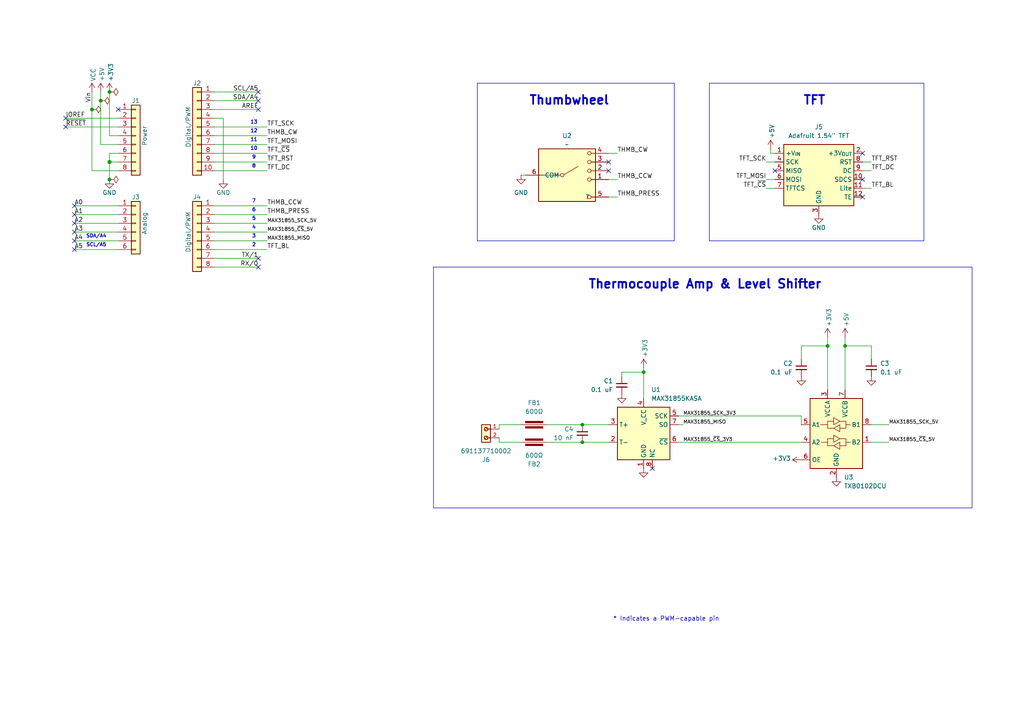
<source format=kicad_sch>
(kicad_sch (version 20231120) (generator "eeschema") (generator_version "8.0")
  (paper "A4")
  (title_block (date "mar. 31 mars 2015"))
  (lib_symbols
    (symbol "691137710002:691137710002" (pin_names (offset 1.016))
      (property "Reference" "J" (at -4.88 -0.922 0))
      (symbol "691137710002_0_0"
        (rectangle (start -3.81 -2.54) (end 1.27 0) (stroke (width 0.254)) (fill (type background)))
        (circle (center -2.54 -1.27) (radius 0.508) (stroke (width 0.254)))
        (circle (center 0 -1.27) (radius 0.508) (stroke (width 0.254)))
        (polyline (pts (xy -2.54 -1.778) (xy -2.54 -2.54)) (stroke (width 0.254)))
        (polyline (pts (xy -2.286 -1.016) (xy -2.794 -1.524)) (stroke (width 0.1524)))
        (polyline (pts (xy 0 -1.778) (xy 0 -2.54)) (stroke (width 0.254)))
        (polyline (pts (xy 0.254 -1.016) (xy -0.254 -1.524)) (stroke (width 0.1524)))
        (pin passive line (at -2.54 -5.08 90) (length 2.54) (name "~") (number "1"))
        (pin passive line (at 0 -5.08 90) (length 2.54) (name "~") (number "2"))
      )
    )
    (symbol "Adafruit:Adafruit_1.54_TFT_240x240"
      (property "Reference" "J" (at 0 11.176 0))
      (property "Value" "Adafruit 1.54\" TFT" (at -0.254 8.89 0))
      (symbol "Adafruit_1.54_TFT_240x240_0_1"
        (rectangle (start -10.16 7.62) (end 10.16 -10.16) (stroke (width 0.254)) (fill (type background)))
      )
      (symbol "Adafruit_1.54_TFT_240x240_1_1"
        (pin power_in line (at -12.7 5.08 0) (length 2.54) (name "+V_{IN}") (number "1"))
        (pin passive line (at 12.7 -2.54 180) (length 2.54) (name "SDCS") (number "10"))
        (pin passive line (at 12.7 -5.08 180) (length 2.54) (name "Lite") (number "11"))
        (pin passive line (at 12.7 -7.62 180) (length 2.54) (name "TE") (number "12"))
        (pin passive line (at 12.7 5.08 180) (length 2.54) (name "+3V_{OUT}") (number "2"))
        (pin power_in line (at 0 -12.7 90) (length 2.54) (name "GND") (number "3"))
        (pin passive line (at -12.7 2.54 0) (length 2.54) (name "SCK") (number "4"))
        (pin passive line (at -12.7 0 0) (length 2.54) (name "MISO") (number "5"))
        (pin passive line (at -12.7 -2.54 0) (length 2.54) (name "MOSI") (number "6"))
        (pin passive line (at -12.7 -5.08 0) (length 2.54) (name "TFTCS") (number "7"))
        (pin passive line (at 12.7 2.54 180) (length 2.54) (name "RST") (number "8"))
        (pin passive line (at 12.7 0 180) (length 2.54) (name "DC") (number "9"))
      )
    )
    (symbol "Connector_Generic:Conn_01x06" (pin_names (offset 1.016) hide)
      (property "Reference" "J" (at 0 7.62 0))
      (property "Value" "Conn_01x06" (at 0 -10.16 0))
      (symbol "Conn_01x06_1_1"
        (rectangle (start -1.27 -7.493) (end 0 -7.747) (stroke (width 0.1524)))
        (rectangle (start -1.27 -4.953) (end 0 -5.207) (stroke (width 0.1524)))
        (rectangle (start -1.27 -2.413) (end 0 -2.667) (stroke (width 0.1524)))
        (rectangle (start -1.27 0.127) (end 0 -0.127) (stroke (width 0.1524)))
        (rectangle (start -1.27 2.667) (end 0 2.413) (stroke (width 0.1524)))
        (rectangle (start -1.27 5.207) (end 0 4.953) (stroke (width 0.1524)))
        (rectangle (start -1.27 6.35) (end 1.27 -8.89) (stroke (width 0.254)) (fill (type background)))
        (pin passive line (at -5.08 5.08 0) (length 3.81) (name "Pin_1") (number "1"))
        (pin passive line (at -5.08 2.54 0) (length 3.81) (name "Pin_2") (number "2"))
        (pin passive line (at -5.08 0 0) (length 3.81) (name "Pin_3") (number "3"))
        (pin passive line (at -5.08 -2.54 0) (length 3.81) (name "Pin_4") (number "4"))
        (pin passive line (at -5.08 -5.08 0) (length 3.81) (name "Pin_5") (number "5"))
        (pin passive line (at -5.08 -7.62 0) (length 3.81) (name "Pin_6") (number "6"))
      )
    )
    (symbol "Connector_Generic:Conn_01x08" (pin_names (offset 1.016) hide)
      (property "Reference" "J" (at 0 10.16 0))
      (property "Value" "Conn_01x08" (at 0 -12.7 0))
      (symbol "Conn_01x08_1_1"
        (rectangle (start -1.27 -10.033) (end 0 -10.287) (stroke (width 0.1524)))
        (rectangle (start -1.27 -7.493) (end 0 -7.747) (stroke (width 0.1524)))
        (rectangle (start -1.27 -4.953) (end 0 -5.207) (stroke (width 0.1524)))
        (rectangle (start -1.27 -2.413) (end 0 -2.667) (stroke (width 0.1524)))
        (rectangle (start -1.27 0.127) (end 0 -0.127) (stroke (width 0.1524)))
        (rectangle (start -1.27 2.667) (end 0 2.413) (stroke (width 0.1524)))
        (rectangle (start -1.27 5.207) (end 0 4.953) (stroke (width 0.1524)))
        (rectangle (start -1.27 7.747) (end 0 7.493) (stroke (width 0.1524)))
        (rectangle (start -1.27 8.89) (end 1.27 -11.43) (stroke (width 0.254)) (fill (type background)))
        (pin passive line (at -5.08 7.62 0) (length 3.81) (name "Pin_1") (number "1"))
        (pin passive line (at -5.08 5.08 0) (length 3.81) (name "Pin_2") (number "2"))
        (pin passive line (at -5.08 2.54 0) (length 3.81) (name "Pin_3") (number "3"))
        (pin passive line (at -5.08 0 0) (length 3.81) (name "Pin_4") (number "4"))
        (pin passive line (at -5.08 -2.54 0) (length 3.81) (name "Pin_5") (number "5"))
        (pin passive line (at -5.08 -5.08 0) (length 3.81) (name "Pin_6") (number "6"))
        (pin passive line (at -5.08 -7.62 0) (length 3.81) (name "Pin_7") (number "7"))
        (pin passive line (at -5.08 -10.16 0) (length 3.81) (name "Pin_8") (number "8"))
      )
    )
    (symbol "Connector_Generic:Conn_01x10" (pin_names (offset 1.016) hide)
      (property "Reference" "J" (at 0 12.7 0))
      (property "Value" "Conn_01x10" (at 0 -15.24 0))
      (symbol "Conn_01x10_1_1"
        (rectangle (start -1.27 -12.573) (end 0 -12.827) (stroke (width 0.1524)))
        (rectangle (start -1.27 -10.033) (end 0 -10.287) (stroke (width 0.1524)))
        (rectangle (start -1.27 -7.493) (end 0 -7.747) (stroke (width 0.1524)))
        (rectangle (start -1.27 -4.953) (end 0 -5.207) (stroke (width 0.1524)))
        (rectangle (start -1.27 -2.413) (end 0 -2.667) (stroke (width 0.1524)))
        (rectangle (start -1.27 0.127) (end 0 -0.127) (stroke (width 0.1524)))
        (rectangle (start -1.27 2.667) (end 0 2.413) (stroke (width 0.1524)))
        (rectangle (start -1.27 5.207) (end 0 4.953) (stroke (width 0.1524)))
        (rectangle (start -1.27 7.747) (end 0 7.493) (stroke (width 0.1524)))
        (rectangle (start -1.27 10.287) (end 0 10.033) (stroke (width 0.1524)))
        (rectangle (start -1.27 11.43) (end 1.27 -13.97) (stroke (width 0.254)) (fill (type background)))
        (pin passive line (at -5.08 10.16 0) (length 3.81) (name "Pin_1") (number "1"))
        (pin passive line (at -5.08 -12.7 0) (length 3.81) (name "Pin_10") (number "10"))
        (pin passive line (at -5.08 7.62 0) (length 3.81) (name "Pin_2") (number "2"))
        (pin passive line (at -5.08 5.08 0) (length 3.81) (name "Pin_3") (number "3"))
        (pin passive line (at -5.08 2.54 0) (length 3.81) (name "Pin_4") (number "4"))
        (pin passive line (at -5.08 0 0) (length 3.81) (name "Pin_5") (number "5"))
        (pin passive line (at -5.08 -2.54 0) (length 3.81) (name "Pin_6") (number "6"))
        (pin passive line (at -5.08 -5.08 0) (length 3.81) (name "Pin_7") (number "7"))
        (pin passive line (at -5.08 -7.62 0) (length 3.81) (name "Pin_8") (number "8"))
        (pin passive line (at -5.08 -10.16 0) (length 3.81) (name "Pin_9") (number "9"))
      )
    )
    (symbol "Device:C_Small" (pin_numbers hide) (pin_names (offset 0.254) hide)
      (property "Reference" "C" (at 0.254 1.778 0))
      (property "Value" "C_Small" (at 0.254 -2.032 0))
      (symbol "C_Small_0_1"
        (polyline (pts (xy -1.524 -0.508) (xy 1.524 -0.508)) (stroke (width 0.3302)))
        (polyline (pts (xy -1.524 0.508) (xy 1.524 0.508)) (stroke (width 0.3048)))
      )
      (symbol "C_Small_1_1"
        (pin passive line (at 0 2.54 270) (length 2.032) (name "~") (number "1"))
        (pin passive line (at 0 -2.54 90) (length 2.032) (name "~") (number "2"))
      )
    )
    (symbol "GND_1" (power) (pin_numbers hide) (pin_names (offset 0) hide)
      (property "Value" "GND" (at 0 -3.81 0))
      (symbol "GND_1_0_1"
        (polyline (pts (xy 0 0) (xy 0 -1.27) (xy 1.27 -1.27) (xy 0 -2.54) (xy -1.27 -1.27) (xy 0 -1.27)))
      )
      (symbol "GND_1_1_1"
        (pin power_in line (at 0 0 270) (length 0) (name "~") (number "1"))
      )
    )
    (symbol "KnitterSwitch:PLSJ1"
      (property "Reference" "U" (at 0 9.398 0))
      (symbol "PLSJ1_0_0"
        (circle (center -2.032 0) (radius 0.508))
        (polyline (pts (xy -1.524 0.127) (xy 2.54 2.54)))
        (circle (center 5.842 -6.35) (radius 0.508))
        (circle (center 5.842 -1.27) (radius 0.508))
        (circle (center 5.842 1.27) (radius 0.508))
        (circle (center 5.842 3.81) (radius 0.508))
        (circle (center 5.842 6.35) (radius 0.508))
      )
      (symbol "PLSJ1_0_1"
        (rectangle (start -8.89 7.62) (end 7.62 -7.62) (stroke (width 0.254)) (fill (type background)))
        (polyline (pts (xy -2.54 0) (xy -7.62 0)))
      )
      (symbol "PLSJ1_1_1"
        (pin passive line (at 11.43 -1.27 180) (length 5.08) (name "~") (number "1"))
        (pin passive line (at 11.43 1.27 180) (length 5.08) (name "~") (number "2"))
        (pin passive line (at 11.43 3.81 180) (length 5.08) (name "~") (number "3"))
        (pin passive line (at 11.43 6.35 180) (length 5.08) (name "~") (number "4"))
        (pin passive line (at 11.43 -6.35 180) (length 5.08) (name "T") (number "5"))
        (pin passive line (at -12.7 0 0) (length 5.08) (name "COM") (number "6"))
      )
    )
    (symbol "Logic_LevelTranslator:TXB0102DCU"
      (property "Reference" "U" (at -6.35 11.43 0))
      (property "Value" "TXB0102DCU" (at 3.81 11.43 0))
      (symbol "TXB0102DCU_0_1"
        (rectangle (start -7.62 10.16) (end 7.62 -10.16) (stroke (width 0.254)) (fill (type background)))
        (polyline (pts (xy -2.54 -2.54) (xy -2.54 -1.524) (xy -0.762 -1.524)))
        (polyline (pts (xy -2.54 2.54) (xy -2.54 3.556) (xy -0.762 3.556)))
        (polyline (pts (xy 2.794 -2.54) (xy 2.794 -3.556) (xy 1.016 -3.556)))
        (polyline (pts (xy 2.794 2.54) (xy 2.794 1.524) (xy 1.016 1.524)))
        (polyline (pts (xy -0.762 -3.556) (xy -2.54 -3.556) (xy -2.54 -2.54) (xy -4.318 -2.54)))
        (polyline (pts (xy -0.762 -2.54) (xy -0.762 -0.508) (xy 1.016 -1.524) (xy -0.762 -2.54)))
        (polyline (pts (xy -0.762 1.524) (xy -2.54 1.524) (xy -2.54 2.54) (xy -4.572 2.54)))
        (polyline (pts (xy -0.762 2.54) (xy -0.762 4.572) (xy 1.016 3.556) (xy -0.762 2.54)))
        (polyline (pts (xy 1.016 -2.54) (xy 1.016 -4.572) (xy -0.762 -3.556) (xy 1.016 -2.54)))
        (polyline (pts (xy 1.016 -1.524) (xy 2.794 -1.524) (xy 2.794 -2.54) (xy 4.064 -2.54)))
        (polyline (pts (xy 1.016 3.556) (xy 2.794 3.556) (xy 2.794 2.54) (xy 4.064 2.54)))
        (polyline (pts (xy 1.016 2.54) (xy 1.016 0.762) (xy 1.016 0.508) (xy -0.762 1.524) (xy 1.016 2.54)))
      )
      (symbol "TXB0102DCU_1_1"
        (pin bidirectional line (at 10.16 -2.54 180) (length 2.54) (name "B2") (number "1"))
        (pin power_in line (at 0 -12.7 90) (length 2.54) (name "GND") (number "2"))
        (pin power_in line (at -2.54 12.7 270) (length 2.54) (name "VCCA") (number "3"))
        (pin bidirectional line (at -10.16 -2.54 0) (length 2.54) (name "A2") (number "4"))
        (pin bidirectional line (at -10.16 2.54 0) (length 2.54) (name "A1") (number "5"))
        (pin input line (at -10.16 -7.62 0) (length 2.54) (name "OE") (number "6"))
        (pin power_in line (at 2.54 12.7 270) (length 2.54) (name "VCCB") (number "7"))
        (pin bidirectional line (at 10.16 2.54 180) (length 2.54) (name "B1") (number "8"))
      )
    )
    (symbol "PCM_4ms_Power-symbol:PWR_FLAG" (power) (pin_numbers hide) (pin_names (offset 0) hide)
      (property "Value" "PWR_FLAG" (at 0 3.81 0))
      (symbol "PWR_FLAG_0_0"
        (pin power_out line (at 0 0 90) (length 0) (name "pwr") (number "1"))
      )
      (symbol "PWR_FLAG_0_1"
        (polyline (pts (xy 0 0) (xy 0 1.27) (xy -1.016 1.905) (xy 0 2.54) (xy 1.016 1.905) (xy 0 1.27)))
      )
    )
    (symbol "PCM_Device_AKL:Ferrite_Bead" (pin_numbers hide) (pin_names (offset 0))
      (property "Reference" "FB" (at 0 4.572 0))
      (property "Value" "Ferrite_Bead" (at 0 3.175 0))
      (symbol "Ferrite_Bead_0_1"
        (rectangle (start -2.54 1.016) (end 2.54 0.508) (fill (type outline)))
        (polyline (pts (xy 2.54 0) (xy -2.54 0)))
      )
      (symbol "Ferrite_Bead_1_1"
        (rectangle (start -2.54 -0.508) (end 2.54 -1.016) (fill (type outline)))
        (pin passive line (at -3.81 0 0) (length 1.27) (name "~") (number "1"))
        (pin passive line (at 3.81 0 180) (length 1.27) (name "~") (number "2"))
      )
    )
    (symbol "Sensor_Temperature:MAX31855KASA"
      (property "Reference" "U1" (at 2.1941 12.7 0))
      (property "Value" "MAX31855KASA" (at 2.1941 10.16 0))
      (symbol "MAX31855KASA_0_1"
        (rectangle (start -7.62 7.62) (end 7.62 -7.62) (stroke (width 0.254)) (fill (type background)))
      )
      (symbol "MAX31855KASA_1_1"
        (pin power_in line (at 0 -10.16 90) (length 2.54) (name "GND") (number "1"))
        (pin passive line (at -10.16 -2.54 0) (length 2.54) (name "T-") (number "2"))
        (pin passive line (at -10.16 2.54 0) (length 2.54) (name "T+") (number "3"))
        (pin power_in line (at 0 10.16 270) (length 2.54) (name "V_CC") (number "4"))
        (pin input line (at 10.16 5.08 180) (length 2.54) (name "SCK") (number "5"))
        (pin input line (at 10.16 -2.54 180) (length 2.54) (name "~{CS}") (number "6"))
        (pin tri_state line (at 10.16 2.54 180) (length 2.54) (name "SO") (number "7"))
        (pin passive line (at 2.54 -10.16 90) (length 2.54) (name "NC") (number "8"))
      )
    )
    (symbol "power:+3V3" (power) (pin_names (offset 0))
      (property "Value" "+3V3" (at 0 3.556 0))
      (symbol "+3V3_0_1"
        (polyline (pts (xy -0.762 1.27) (xy 0 2.54)))
        (polyline (pts (xy 0 0) (xy 0 2.54)))
        (polyline (pts (xy 0 2.54) (xy 0.762 1.27)))
      )
      (symbol "+3V3_1_1"
        (pin power_in line (at 0 0 90) (length 0) hide (name "+3V3") (number "1"))
      )
    )
    (symbol "power:+5V" (power) (pin_names (offset 0))
      (property "Value" "+5V" (at 0 3.556 0))
      (symbol "+5V_0_1"
        (polyline (pts (xy -0.762 1.27) (xy 0 2.54)))
        (polyline (pts (xy 0 0) (xy 0 2.54)))
        (polyline (pts (xy 0 2.54) (xy 0.762 1.27)))
      )
      (symbol "+5V_1_1"
        (pin power_in line (at 0 0 90) (length 0) hide (name "+5V") (number "1"))
      )
    )
    (symbol "power:GND" (power) (pin_names (offset 0))
      (property "Value" "GND" (at 0 -3.81 0))
      (symbol "GND_0_1"
        (polyline (pts (xy 0 0) (xy 0 -1.27) (xy 1.27 -1.27) (xy 0 -2.54) (xy -1.27 -1.27) (xy 0 -1.27)))
      )
      (symbol "GND_1_1"
        (pin power_in line (at 0 0 270) (length 0) hide (name "GND") (number "1"))
      )
    )
    (symbol "power:VCC" (power) (pin_names (offset 0))
      (property "Value" "VCC" (at 0 3.81 0))
      (symbol "VCC_0_1"
        (polyline (pts (xy -0.762 1.27) (xy 0 2.54)))
        (polyline (pts (xy 0 0) (xy 0 2.54)))
        (polyline (pts (xy 0 2.54) (xy 0.762 1.27)))
      )
      (symbol "VCC_1_1"
        (pin power_in line (at 0 0 90) (length 0) hide (name "VCC") (number "1"))
      )
    )
  )
  (junction (at 240.03 100.33))
  (junction (at 168.91 128.27))
  (junction (at 31.75 26.67))
  (junction (at 29.21 29.21))
  (junction (at 168.91 123.19))
  (junction (at 31.75 52.07))
  (junction (at 31.75 46.99) (diameter 1.016))
  (junction (at 245.11 100.33))
  (junction (at 26.67 31.75))
  (junction (at 186.69 107.95))
  (no_connect (at 176.53 46.99))
  (no_connect (at 21.59 69.85))
  (no_connect (at 21.59 72.39))
  (no_connect (at 250.19 52.07))
  (no_connect (at 74.93 31.75))
  (no_connect (at 74.93 77.47))
  (no_connect (at 250.19 44.45))
  (no_connect (at 74.93 26.67))
  (no_connect (at 74.93 74.93))
  (no_connect (at 189.23 135.89))
  (no_connect (at 176.53 49.53))
  (no_connect (at 19.05 34.29))
  (no_connect (at 74.93 29.21))
  (no_connect (at 21.59 59.69))
  (no_connect (at 250.19 57.15))
  (no_connect (at 34.29 31.75))
  (no_connect (at 19.05 36.83))
  (no_connect (at 224.79 49.53))
  (no_connect (at 21.59 62.23))
  (no_connect (at 21.59 64.77))
  (no_connect (at 21.59 67.31))
  (wire (pts (xy 62.23 77.47) (xy 74.93 77.47)))
  (wire (pts (xy 62.23 44.45) (xy 77.47 44.45)))
  (wire (pts (xy 62.23 26.67) (xy 74.93 26.67)))
  (wire (pts (xy 29.21 29.21) (xy 29.21 41.91)))
  (wire (pts (xy 223.52 44.45) (xy 224.79 44.45)))
  (wire (pts (xy 31.75 44.45) (xy 31.75 46.99)))
  (wire (pts (xy 21.59 72.39) (xy 34.29 72.39)))
  (wire (pts (xy 180.34 107.95) (xy 186.69 107.95)))
  (wire (pts (xy 31.75 46.99) (xy 31.75 52.07)))
  (wire (pts (xy 31.75 39.37) (xy 34.29 39.37)))
  (wire (pts (xy 29.21 41.91) (xy 34.29 41.91)))
  (wire (pts (xy 29.21 26.67) (xy 29.21 29.21)))
  (wire (pts (xy 196.85 120.65) (xy 232.41 120.65)))
  (wire (pts (xy 62.23 36.83) (xy 77.47 36.83)))
  (wire (pts (xy 31.75 26.67) (xy 31.75 39.37)))
  (wire (pts (xy 62.23 59.69) (xy 77.47 59.69)))
  (wire (pts (xy 252.73 49.53) (xy 250.19 49.53)))
  (wire (pts (xy 245.11 100.33) (xy 252.73 100.33)))
  (wire (pts (xy 34.29 59.69) (xy 21.59 59.69)))
  (wire (pts (xy 222.25 46.99) (xy 224.79 46.99)))
  (wire (pts (xy 62.23 39.37) (xy 77.47 39.37)))
  (wire (pts (xy 144.78 127) (xy 144.78 128.27)))
  (wire (pts (xy 62.23 62.23) (xy 77.47 62.23)))
  (wire (pts (xy 232.41 120.65) (xy 232.41 123.19)))
  (wire (pts (xy 240.03 100.33) (xy 232.41 100.33)))
  (wire (pts (xy 222.25 54.61) (xy 224.79 54.61)))
  (wire (pts (xy 151.13 50.8) (xy 152.4 50.8)))
  (wire (pts (xy 62.23 46.99) (xy 77.47 46.99)))
  (wire (pts (xy 62.23 67.31) (xy 77.47 67.31)))
  (wire (pts (xy 232.41 100.33) (xy 232.41 104.14)))
  (wire (pts (xy 19.05 34.29) (xy 34.29 34.29)))
  (wire (pts (xy 158.75 123.19) (xy 168.91 123.19)))
  (wire (pts (xy 240.03 113.03) (xy 240.03 100.33)))
  (wire (pts (xy 144.78 128.27) (xy 151.13 128.27)))
  (wire (pts (xy 64.77 34.29) (xy 64.77 52.07)))
  (wire (pts (xy 186.69 107.95) (xy 186.69 106.68)))
  (wire (pts (xy 245.11 113.03) (xy 245.11 100.33)))
  (wire (pts (xy 62.23 31.75) (xy 74.93 31.75)))
  (wire (pts (xy 168.91 123.19) (xy 176.53 123.19)))
  (wire (pts (xy 34.29 64.77) (xy 21.59 64.77)))
  (wire (pts (xy 19.05 36.83) (xy 34.29 36.83)))
  (wire (pts (xy 34.29 46.99) (xy 31.75 46.99)))
  (wire (pts (xy 179.07 52.07) (xy 176.53 52.07)))
  (wire (pts (xy 144.78 123.19) (xy 144.78 124.46)))
  (wire (pts (xy 180.34 107.95) (xy 180.34 109.22)))
  (wire (pts (xy 257.81 123.19) (xy 252.73 123.19)))
  (wire (pts (xy 223.52 43.18) (xy 223.52 44.45)))
  (wire (pts (xy 34.29 49.53) (xy 26.67 49.53)))
  (wire (pts (xy 21.59 62.23) (xy 34.29 62.23)))
  (wire (pts (xy 62.23 34.29) (xy 64.77 34.29)))
  (wire (pts (xy 168.91 128.27) (xy 176.53 128.27)))
  (wire (pts (xy 179.07 44.45) (xy 176.53 44.45)))
  (wire (pts (xy 34.29 44.45) (xy 31.75 44.45)))
  (wire (pts (xy 222.25 52.07) (xy 224.79 52.07)))
  (wire (pts (xy 62.23 41.91) (xy 77.47 41.91)))
  (wire (pts (xy 252.73 100.33) (xy 252.73 104.14)))
  (wire (pts (xy 196.85 128.27) (xy 232.41 128.27)))
  (wire (pts (xy 62.23 64.77) (xy 77.47 64.77)))
  (wire (pts (xy 21.59 67.31) (xy 34.29 67.31)))
  (wire (pts (xy 252.73 46.99) (xy 250.19 46.99)))
  (wire (pts (xy 158.75 128.27) (xy 168.91 128.27)))
  (wire (pts (xy 179.07 57.15) (xy 176.53 57.15)))
  (wire (pts (xy 240.03 97.79) (xy 240.03 100.33)))
  (wire (pts (xy 252.73 54.61) (xy 250.19 54.61)))
  (wire (pts (xy 257.81 128.27) (xy 252.73 128.27)))
  (wire (pts (xy 151.13 123.19) (xy 144.78 123.19)))
  (wire (pts (xy 62.23 29.21) (xy 74.93 29.21)))
  (wire (pts (xy 62.23 72.39) (xy 77.47 72.39)))
  (wire (pts (xy 62.23 69.85) (xy 77.47 69.85)))
  (wire (pts (xy 62.23 74.93) (xy 74.93 74.93)))
  (wire (pts (xy 26.67 49.53) (xy 26.67 31.75)))
  (wire (pts (xy 186.69 115.57) (xy 186.69 107.95)))
  (wire (pts (xy 26.67 31.75) (xy 26.67 26.67)))
  (wire (pts (xy 34.29 69.85) (xy 21.59 69.85)))
  (wire (pts (xy 245.11 97.79) (xy 245.11 100.33)))
  (wire (pts (xy 198.12 123.19) (xy 196.85 123.19)))
  (wire (pts (xy 62.23 49.53) (xy 77.47 49.53)))
  (rectangle (start 125.73 77.47) (end 281.94 147.32))
  (rectangle (start 138.43 24.13) (end 195.58 69.85))
  (rectangle (start 205.74 24.13) (end 267.97 69.85))
  (text "2" (at 73.66 71.12 0) (effects (font (size 1.016 1.016) (bold yes))))
  (text "Thumbwheel" (at 165.1 29.21 0) (effects (font (size 2.54 2.54) (thickness 0.508) (bold yes))))
  (text "7" (at 73.66 58.42 0) (effects (font (size 1.016 1.016) (bold yes))))
  (text "13" (at 73.66 35.56 0) (effects (font (size 1.016 1.016) (bold yes))))
  (text "11" (at 73.66 40.64 0) (effects (font (size 1.016 1.016) (bold yes))))
  (text "10" (at 73.66 43.18 0) (effects (font (size 1.016 1.016) (bold yes))))
  (text "TFT" (at 236.22 29.21 0) (effects (font (size 2.54 2.54) (thickness 0.508) (bold yes))))
  (text "SCL/A5" (at 27.94 71.12 0) (effects (font (size 1.016 1.016) (bold yes))))
  (text "5" (at 73.66 63.5 0) (effects (font (size 1.016 1.016) (bold yes))))
  (text "12" (at 73.66 38.1 0) (effects (font (size 1.016 1.016) (bold yes))))
  (text "6" (at 73.66 60.96 0) (effects (font (size 1.016 1.016) (bold yes))))
  (text "3" (at 73.66 68.58 0) (effects (font (size 1.016 1.016) (bold yes))))
  (text "* Indicates a PWM-capable pin" (at 177.8 180.34 0) (effects (font (size 1.27 1.27)) (justify left bottom)))
  (text "4" (at 73.66 66.04 0) (effects (font (size 1.016 1.016) (bold yes))))
  (text "8" (at 73.66 48.26 0) (effects (font (size 1.016 1.016) (bold yes))))
  (text "SDA/A4" (at 27.94 68.58 0) (effects (font (size 1.016 1.016) (bold yes))))
  (text "9" (at 73.66 45.72 0) (effects (font (size 1.016 1.016) (bold yes))))
  (text "Thermocouple Amp & Level Shifter" (at 204.47 82.55 0) (effects (font (size 2.54 2.54) (thickness 0.508) (bold yes))))
  (label "RX{slash}0" (at 74.93 77.47 180))
  (label "TFT_RST" (at 77.47 46.99 0))
  (label "A2" (at 21.59 64.77 0))
  (label "A3" (at 21.59 67.31 0))
  (label "TFT_DC" (at 252.73 49.53 0))
  (label "TFT_BL" (at 252.73 54.61 0))
  (label "TFT_SCK" (at 77.47 36.83 0))
  (label "TFT_~{CS}" (at 77.47 44.45 0))
  (label "~{RESET}" (at 19.05 36.83 0))
  (label "TFT_~{CS}" (at 222.25 54.61 180))
  (label "THMB_PRESS" (at 77.47 62.23 0))
  (label "THMB_CW" (at 179.07 44.45 0))
  (label "MAX31855_MISO" (at 77.47 69.85 0) (effects (font (size 1.016 1.016))))
  (label "TFT_DC" (at 77.47 49.53 0))
  (label "MAX31855_SCK_5V" (at 257.81 123.19 0) (effects (font (size 1.016 1.016))))
  (label "MAX31855_SCK_3V3" (at 198.12 120.65 0) (effects (font (size 1.016 1.016))))
  (label "MAX31855_~{CS}_3V3" (at 198.12 128.27 0) (effects (font (size 1.016 1.016))))
  (label "THMB_CW" (at 77.47 39.37 0))
  (label "SDA{slash}A4" (at 74.93 29.21 180))
  (label "TFT_MOSI" (at 222.25 52.07 180))
  (label "TFT_MOSI" (at 77.47 41.91 0))
  (label "THMB_CCW" (at 179.07 52.07 0))
  (label "TFT_SCK" (at 222.25 46.99 180))
  (label "TFT_BL" (at 77.47 72.39 0))
  (label "A1" (at 21.59 62.23 0))
  (label "TX{slash}1" (at 74.93 74.93 180))
  (label "MAX31855_~{CS}_5V" (at 257.81 128.27 0) (effects (font (size 1.016 1.016))))
  (label "A0" (at 21.59 59.69 0))
  (label "TFT_RST" (at 252.73 46.99 0))
  (label "AREF" (at 74.93 31.75 180))
  (label "THMB_CCW" (at 77.47 59.69 0))
  (label "Vin" (at 26.67 26.67 270))
  (label "MAX31855_MISO" (at 198.12 123.19 0) (effects (font (size 1.016 1.016))))
  (label "SCL{slash}A5" (at 74.93 26.67 180))
  (label "THMB_PRESS" (at 179.07 57.15 0))
  (label "MAX31855_SCK_5V" (at 77.47 64.77 0) (effects (font (size 1.016 1.016))))
  (label "IOREF" (at 19.05 34.29 0))
  (label "A4" (at 21.59 69.85 0))
  (label "A5" (at 21.59 72.39 0))
  (label "MAX31855_~{CS}_5V" (at 77.47 67.31 0) (effects (font (size 1.016 1.016))))
  (symbol (lib_id "Connector_Generic:Conn_01x08") (at 39.37 39.37 0) (unit 1)
    (property "Reference" "J1" (at 39.37 29.21 0))
    (property "Value" "Power" (at 41.91 39.37 90))
    (property "Footprint" "Connector_PinSocket_2.54mm:PinSocket_1x08_P2.54mm_Vertical" (effects (hide yes)))
    (property "Datasheet" "https://mm.digikey.com/Volume0/opasdata/d220001/medias/docus/6129/ssq-1xx-xx-xxx-x-xx-xxx-xx-x-mkt.pdf" (effects (hide yes)))
    (property "Description" "CONN RCPT 8POS 0.1 GOLD PCB" (effects (hide yes)))
    (property "Digikey" "https://www.digikey.com/en/products/detail/samtec-inc/SSQ-108-03-F-S/6692119" (effects (hide yes)))
    (property "Mfgr" "Samtec Inc." (effects (hide yes)))
    (property "MPN" "SSQ-108-03-F-S" (effects (hide yes)))
  )
  (symbol (lib_id "power:+3V3") (at 31.75 26.67 0) (unit 1)
    (property "Reference" "#PWR03" (effects (hide yes)))
    (property "Value" "+3V3" (at 32.131 23.622 90) (effects (justify left)))
  )
  (symbol (lib_id "power:+5V") (at 29.21 26.67 0) (unit 1)
    (property "Reference" "#PWR02" (effects (hide yes)))
    (property "Value" "+5V" (at 29.5656 23.622 90) (effects (justify left)))
  )
  (symbol (lib_id "power:GND") (at 31.75 52.07 0) (unit 1)
    (property "Reference" "#PWR04" (effects (hide yes)))
    (property "Value" "GND" (at 31.75 55.88 0))
  )
  (symbol (lib_id "Connector_Generic:Conn_01x10") (at 57.15 36.83 0) (mirror y) (unit 1)
    (property "Reference" "J2" (at 57.15 24.13 0))
    (property "Value" "Digital/PWM" (at 54.61 36.83 90))
    (property "Footprint" "Connector_PinSocket_2.54mm:PinSocket_1x10_P2.54mm_Vertical" (effects (hide yes)))
    (property "Datasheet" "https://mm.digikey.com/Volume0/opasdata/d220001/medias/docus/6129/ssq-1xx-xx-xxx-x-xx-xxx-xx-x-mkt.pdf" (effects (hide yes)))
    (property "Description" "Female 0.1\" receptacle, stacking" (effects (hide yes)))
    (property "Digikey" "https://www.digikey.com/en/products/detail/samtec-inc/SSQ-110-03-F-S/6678747" (effects (hide yes)))
    (property "Mfgr" "Samtec" (effects (hide yes)))
    (property "MPN" "SSQ-110-03-F-S" (effects (hide yes)))
  )
  (symbol (lib_id "power:GND") (at 64.77 52.07 0) (unit 1)
    (property "Reference" "#PWR05" (effects (hide yes)))
    (property "Value" "GND" (at 64.77 55.88 0))
  )
  (symbol (lib_id "Connector_Generic:Conn_01x06") (at 39.37 64.77 0) (unit 1)
    (property "Reference" "J3" (at 39.37 57.15 0))
    (property "Value" "Analog" (at 41.91 64.77 90))
    (property "Footprint" "Connector_PinSocket_2.54mm:PinSocket_1x06_P2.54mm_Vertical" (effects (hide yes)))
    (property "Datasheet" "https://mm.digikey.com/Volume0/opasdata/d220001/medias/docus/6129/ssq-1xx-xx-xxx-x-xx-xxx-xx-x-mkt.pdf" (effects (hide yes)))
    (property "Description" "CONN RCPT 6POS 0.1 GOLD PCB" (effects (hide yes)))
    (property "Digikey" "https://www.digikey.com/en/products/detail/samtec-inc/SSQ-106-03-F-S/6678741" (effects (hide yes)))
    (property "Mfgr" "Samtec" (effects (hide yes)))
    (property "MPN" "SSQ-106-03-F-S" (effects (hide yes)))
  )
  (symbol (lib_id "Connector_Generic:Conn_01x08") (at 57.15 67.31 0) (mirror y) (unit 1)
    (property "Reference" "J4" (at 57.15 57.15 0))
    (property "Value" "Digital/PWM" (at 54.61 67.31 90))
    (property "Footprint" "Connector_PinSocket_2.54mm:PinSocket_1x08_P2.54mm_Vertical" (effects (hide yes)))
    (property "Datasheet" "https://mm.digikey.com/Volume0/opasdata/d220001/medias/docus/6129/ssq-1xx-xx-xxx-x-xx-xxx-xx-x-mkt.pdf" (effects (hide yes)))
    (property "Description" "CONN RCPT 8POS 0.1 GOLD PCB" (effects (hide yes)))
    (property "Digikey" "https://www.digikey.com/en/products/detail/samtec-inc/SSQ-108-03-F-S/6692119" (effects (hide yes)))
    (property "Mfgr" "Samtec" (effects (hide yes)))
    (property "MPN" "SSQ-108-03-F-S" (effects (hide yes)))
  )
  (symbol (lib_id "PCM_Device_AKL:Ferrite_Bead") (at 154.94 128.27 0) (mirror y) (unit 1)
    (property "Reference" "FB2" (at 154.94 134.62 0))
    (property "Value" "600Ω" (at 154.94 132.08 0))
    (property "Footprint" "Fuse:Fuse_0805_2012Metric" (effects (hide yes)))
    (property "Datasheet" "https://www.we-online.com/katalog/datasheet/74279220601.pdf" (effects (hide yes)))
    (property "Description" "Ferrite bead, Alternate KiCAD Library" (effects (hide yes)))
    (property "Digikey" "https://www.digikey.com/en/products/detail/w%C3%BCrth-elektronik/74279220601/5051035" (effects (hide yes)))
    (property "Mfgr" "Würth Elektronik" (effects (hide yes)))
    (property "MPN" "74279220601" (effects (hide yes)))
  )
  (symbol (lib_id "691137710002:691137710002") (at 139.7 127 90) (mirror x) (unit 1)
    (property "Reference" "J6" (at 140.97 133.35 90))
    (property "Value" "691137710002" (at 140.97 130.81 90))
    (property "Footprint" "691137710002:691137710002" (effects (hide yes)))
    (property "Datasheet" "https://www.we-online.com/katalog/datasheet/691137710002.pdf" (effects (hide yes)))
    (property "WIRE" "12 to 30 (AWG) 3.31 to 0.05 (mm²)" (effects (hide yes)))
    (property "MOUNT" "THT" (effects (hide yes)))
    (property "IR-VDE" "24A" (effects (hide yes)))
    (property "IR-UL" "16A" (effects (hide yes)))
    (property "VALUE" "691137710002" (effects (hide yes)))
    (property "WORKING-VOLTAGE-UL" "300V(AC)" (effects (hide yes)))
    (property "PART-NUMBER" "691137710002" (effects (hide yes)))
    (property "DATASHEET-URL" "https://www.we-online.com/catalog/datasheet/691137710002.pdf" (effects (hide yes)))
    (property "PITCH" "5mm" (effects (hide yes)))
    (property "PINS" "2" (effects (hide yes)))
    (property "WORKING-VOLTAGE-VDE" "250V(AC)" (effects (hide yes)))
    (property "TYPE" "Horizontal" (effects (hide yes)))
    (property "Digikey" "https://www.digikey.com/en/products/detail/w%C3%BCrth-elektronik/691137710002/6644051" (effects (hide yes)))
    (property "Mfgr" "Würth Elektronik" (effects (hide yes)))
    (property "MPN" "691137710002" (effects (hide yes)))
  )
  (symbol (lib_id "Device:C_Small") (at 180.34 111.76 0) (mirror y) (unit 1)
    (property "Reference" "C1" (at 177.8 110.4962 0) (effects (justify left)))
    (property "Value" "0.1 uF" (at 177.8 113.0362 0) (effects (justify left)))
    (property "Footprint" "Capacitor_SMD:C_0805_2012Metric" (effects (hide yes)))
    (property "Datasheet" "https://www.yageo.com/upload/media/product/productsearch/datasheet/mlcc/UPY-GPHC_X7R_6.3V-to-250V_24.pdf" (effects (hide yes)))
    (property "Description" "Unpolarized capacitor, small symbol" (effects (hide yes)))
    (property "Digikey" "https://www.digikey.com/en/products/detail/yageo/CC0805KRX7R9BB104/302874" (effects (hide yes)))
    (property "Mfgr" "YAGEO" (effects (hide yes)))
    (property "MPN" "CC0805KRX7R9BB104" (effects (hide yes)))
  )
  (symbol (lib_id "power:GND") (at 186.69 135.89 0) (unit 1)
    (property "Reference" "#PWR07" (effects (hide yes)))
    (property "Value" "GND" (effects (hide yes)))
  )
  (symbol (lib_id "power:GND") (at 232.41 109.22 0) (unit 1)
    (property "Reference" "#PWR011" (effects (hide yes)))
    (property "Value" "GND" (effects (hide yes)))
  )
  (symbol (lib_id "power:GND") (at 242.57 138.43 0) (unit 1)
    (property "Reference" "#PWR08" (effects (hide yes)))
    (property "Value" "GND" (effects (hide yes)))
  )
  (symbol (lib_id "power:+3V3") (at 240.03 97.79 0) (unit 1)
    (property "Reference" "#PWR010" (effects (hide yes)))
    (property "Value" "+3V3" (at 240.411 94.742 90) (effects (justify left)))
  )
  (symbol (lib_id "PCM_4ms_Power-symbol:PWR_FLAG") (at 31.75 52.07 270) (unit 1)
    (property "Reference" "#FLG04" (effects (hide yes)))
    (property "Value" "PWR_FLAG" (effects (hide yes)))
  )
  (symbol (lib_id "power:GND") (at 237.49 62.23 0) (unit 1)
    (property "Reference" "#PWR017" (effects (hide yes)))
    (property "Value" "GND" (at 237.49 66.04 0))
  )
  (symbol (lib_id "Adafruit:Adafruit_1.54_TFT_240x240") (at 237.49 49.53 0) (unit 1)
    (property "Reference" "J5" (at 237.49 36.83 0))
    (property "Value" "Adafruit 1.54\" TFT" (at 237.49 39.37 0))
    (property "Footprint" "Adafruit:1.54 TFT 240x240" (effects (hide yes)))
    (property "Datasheet" "https://www.adafruit.com/product/3787" (effects (hide yes)))
    (property "Description" "1.54\" TFT display, 240x240" (effects (hide yes)))
    (property "Mfgr" "Adafruit" (effects (hide yes)))
    (property "MPN" "3787" (effects (hide yes)))
    (property "Digikey" "https://www.digikey.com/en/products/detail/adafruit-industries-llc/3787/8627476" (effects (hide yes)))
    (property "Mfgr2" "Adam Tech" (effects (hide yes)))
    (property "MPN2" "RS1-12-G" (effects (hide yes)))
    (property "Digikey2" "https://www.digikey.com/en/products/detail/adam-tech/RS1-12-G/9832041" (effects (hide yes)))
  )
  (symbol (lib_id "power:+5V") (at 223.52 43.18 0) (unit 1)
    (property "Reference" "#PWR016" (effects (hide yes)))
    (property "Value" "+5V" (at 223.8756 40.132 90) (effects (justify left)))
  )
  (symbol (lib_id "Logic_LevelTranslator:TXB0102DCU") (at 242.57 125.73 0) (unit 1)
    (property "Reference" "U3" (at 244.7641 138.43 0) (effects (justify left)))
    (property "Value" "TXB0102DCU" (at 244.7641 140.97 0) (effects (justify left)))
    (property "Footprint" "Package_SO:VSSOP-8_2.4x2.1mm_P0.5mm" (effects (hide yes)))
    (property "Datasheet" "http://www.ti.com/lit/ds/symlink/txb0102.pdf" (effects (hide yes)))
    (property "Description" "2-Bit Bidirectional Voltage-Level Translator in VSSOP Package With Auto Direction Sensing and ±15-kV ESD Protection" (effects (hide yes)))
    (property "Digikey" "https://www.digikey.com/en/products/detail/texas-instruments/TXB0102DCUR/1739891" (effects (hide yes)))
    (property "Mfgr" "Texas Instruments" (effects (hide yes)))
    (property "MPN" "TXB0102DCUR" (effects (hide yes)))
  )
  (symbol (lib_id "power:GND") (at 252.73 109.22 0) (unit 1)
    (property "Reference" "#PWR012" (effects (hide yes)))
    (property "Value" "GND" (effects (hide yes)))
  )
  (symbol (lib_id "power:VCC") (at 26.67 26.67 0) (unit 1)
    (property "Reference" "#PWR01" (effects (hide yes)))
    (property "Value" "VCC" (at 27.051 23.622 90) (effects (justify left)))
  )
  (symbol (lib_id "power:+3V3") (at 232.41 133.35 90) (unit 1)
    (property "Reference" "#PWR013" (effects (hide yes)))
    (property "Value" "+3V3" (at 229.362 132.969 90) (effects (justify left)))
  )
  (symbol (lib_id "Device:C_Small") (at 168.91 125.73 0) (mirror y) (unit 1)
    (property "Reference" "C4" (at 166.37 124.4662 0) (effects (justify left)))
    (property "Value" "10 nF" (at 166.37 127.0062 0) (effects (justify left)))
    (property "Footprint" "Capacitor_SMD:C_0805_2012Metric" (effects (hide yes)))
    (property "Datasheet" "https://search.kemet.com/download/datasheet/C0805C103K5RAC7800" (effects (hide yes)))
    (property "Description" "Unpolarized capacitor, small symbol" (effects (hide yes)))
    (property "Digikey" "https://www.digikey.com/en/products/detail/kemet/C0805C103K5RACTU/411157" (effects (hide yes)))
    (property "Mfgr" "KEMET" (effects (hide yes)))
    (property "MPN" "C0805C103K5RACTU" (effects (hide yes)))
  )
  (symbol (lib_id "PCM_Device_AKL:Ferrite_Bead") (at 154.94 123.19 0) (unit 1)
    (property "Reference" "FB1" (at 154.94 116.84 0))
    (property "Value" "600Ω" (at 154.94 119.38 0))
    (property "Footprint" "Fuse:Fuse_0805_2012Metric" (effects (hide yes)))
    (property "Datasheet" "https://www.we-online.com/katalog/datasheet/74279220601.pdf" (effects (hide yes)))
    (property "Description" "Ferrite bead, Alternate KiCAD Library" (effects (hide yes)))
    (property "Digikey" "https://www.digikey.com/en/products/detail/w%C3%BCrth-elektronik/74279220601/5051035" (effects (hide yes)))
    (property "Mfgr" "Würth Elektronik" (effects (hide yes)))
    (property "MPN" "74279220601" (effects (hide yes)))
  )
  (symbol (lib_id "power:+5V") (at 245.11 97.79 0) (unit 1)
    (property "Reference" "#PWR09" (effects (hide yes)))
    (property "Value" "+5V" (at 245.4656 94.742 90) (effects (justify left)))
  )
  (symbol (lib_id "PCM_4ms_Power-symbol:PWR_FLAG") (at 26.67 31.75 270) (unit 1)
    (property "Reference" "#FLG03" (effects (hide yes)))
    (property "Value" "PWR_FLAG" (effects (hide yes)))
  )
  (symbol (lib_id "PCM_4ms_Power-symbol:PWR_FLAG") (at 31.75 26.67 270) (unit 1)
    (property "Reference" "#FLG01" (effects (hide yes)))
    (property "Value" "PWR_FLAG" (effects (hide yes)))
  )
  (symbol (lib_name "GND_1") (lib_id "power:GND") (at 151.13 50.8 0) (unit 1)
    (property "Reference" "#PWR015" (effects (hide yes)))
    (property "Value" "GND" (at 151.13 55.88 0))
    (property "Description" "Power symbol creates a global label with name \"GND\" , ground" (effects (hide yes)))
  )
  (symbol (lib_id "Sensor_Temperature:MAX31855KASA") (at 186.69 125.73 0) (unit 1)
    (property "Reference" "U1" (at 188.8841 113.03 0) (effects (justify left)))
    (property "Value" "MAX31855KASA" (at 188.8841 115.57 0) (effects (justify left)))
    (property "Footprint" "Package_SO:SOIC-8_3.9x4.9mm_P1.27mm" (effects (hide yes)))
    (property "Datasheet" "http://datasheets.maximintegrated.com/en/ds/MAX31855.pdf" (effects (hide yes)))
    (property "Description" "Cold Junction K-type Termocouple Interface, SPI, SO8" (effects (hide yes)))
    (property "Digikey" "https://www.digikey.com/en/products/detail/analog-devices-inc-maxim-integrated/MAX31855KASA-T/2591213" (effects (hide yes)))
    (property "Mfgr" "Analog Devices Inc./Maxim Integrated" (effects (hide yes)))
    (property "MPN" "MAX31855KASA+T" (effects (hide yes)))
  )
  (symbol (lib_id "power:GND") (at 180.34 114.3 0) (unit 1)
    (property "Reference" "#PWR06" (effects (hide yes)))
    (property "Value" "GND" (effects (hide yes)))
  )
  (symbol (lib_id "Device:C_Small") (at 232.41 106.68 0) (mirror y) (unit 1)
    (property "Reference" "C2" (at 229.87 105.4162 0) (effects (justify left)))
    (property "Value" "0.1 uF" (at 229.87 107.9562 0) (effects (justify left)))
    (property "Footprint" "Capacitor_SMD:C_0805_2012Metric" (effects (hide yes)))
    (property "Datasheet" "https://www.yageo.com/upload/media/product/productsearch/datasheet/mlcc/UPY-GPHC_X7R_6.3V-to-250V_24.pdf" (effects (hide yes)))
    (property "Description" "Unpolarized capacitor, small symbol" (effects (hide yes)))
    (property "Digikey" "https://www.digikey.com/en/products/detail/yageo/CC0805KRX7R9BB104/302874" (effects (hide yes)))
    (property "Mfgr" "YAGEO" (effects (hide yes)))
    (property "MPN" "CC0805KRX7R9BB104" (effects (hide yes)))
  )
  (symbol (lib_id "power:+3V3") (at 186.69 106.68 0) (unit 1)
    (property "Reference" "#PWR014" (effects (hide yes)))
    (property "Value" "+3V3" (at 187.071 103.632 90) (effects (justify left)))
  )
  (symbol (lib_id "Device:C_Small") (at 252.73 106.68 0) (unit 1)
    (property "Reference" "C3" (at 255.27 105.4162 0) (effects (justify left)))
    (property "Value" "0.1 uF" (at 255.27 107.9562 0) (effects (justify left)))
    (property "Footprint" "Capacitor_SMD:C_0805_2012Metric" (effects (hide yes)))
    (property "Datasheet" "https://www.yageo.com/upload/media/product/productsearch/datasheet/mlcc/UPY-GPHC_X7R_6.3V-to-250V_24.pdf" (effects (hide yes)))
    (property "Description" "Unpolarized capacitor, small symbol" (effects (hide yes)))
    (property "Digikey" "https://www.digikey.com/en/products/detail/yageo/CC0805KRX7R9BB104/302874" (effects (hide yes)))
    (property "Mfgr" "YAGEO" (effects (hide yes)))
    (property "MPN" "CC0805KRX7R9BB104" (effects (hide yes)))
  )
  (symbol (lib_id "PCM_4ms_Power-symbol:PWR_FLAG") (at 29.21 29.21 270) (unit 1)
    (property "Reference" "#FLG02" (effects (hide yes)))
    (property "Value" "PWR_FLAG" (effects (hide yes)))
  )
  (symbol (lib_id "KnitterSwitch:PLSJ1") (at 165.1 50.8 0) (unit 1)
    (property "Reference" "U2" (at 164.465 39.37 0))
    (property "Value" "~" (at 164.465 41.91 0))
    (property "Footprint" "KnitterSwitch:PLSJ1" (effects (hide yes)))
    (property "Datasheet" "https://knitter-switch.com/wp-content/media/pms/PLSJ%201/PLSJ%201%20x.pdf" (effects (hide yes)))
    (property "Description" "Thumbwheel, 1 - Axis Digital (Mechanical Switch) Output, 10MA 5V" (effects (hide yes)))
    (property "Digikey" "https://www.digikey.com/en/products/detail/knitter-switch/PLSJ-1/15296477" (effects (hide yes)))
    (property "Mfgr" "Knitter-Switch" (effects (hide yes)))
    (property "MPN" "PLSJ 1" (effects (hide yes)))
  )
)
</source>
